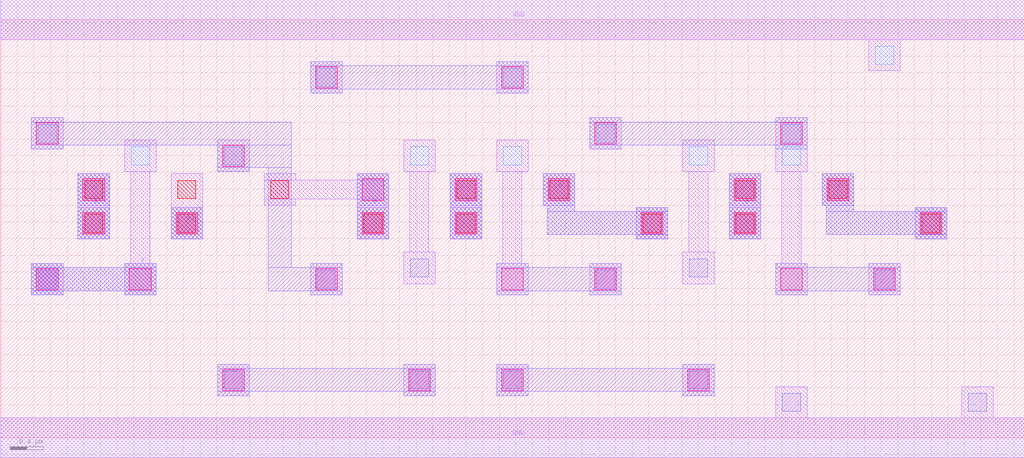
<source format=lef>
MACRO AOAOAOI211111
 CLASS CORE ;
 FOREIGN AOAOAOI211111 0 0 ;
 SIZE 12.32 BY 5.04 ;
 ORIGIN 0 0 ;
 SYMMETRY X Y R90 ;
 SITE unit ;
  PIN VDD
   DIRECTION INOUT ;
   USE POWER ;
   SHAPE ABUTMENT ;
    PORT
     CLASS CORE ;
       LAYER met1 ;
        RECT 0.00000000 4.80000000 12.32000000 5.28000000 ;
    END
  END VDD

  PIN GND
   DIRECTION INOUT ;
   USE POWER ;
   SHAPE ABUTMENT ;
    PORT
     CLASS CORE ;
       LAYER met1 ;
        RECT 0.00000000 -0.24000000 12.32000000 0.24000000 ;
    END
  END GND

  PIN Y
   DIRECTION INOUT ;
   USE SIGNAL ;
   SHAPE ABUTMENT ;
    PORT
     CLASS CORE ;
       LAYER met2 ;
        RECT 0.37000000 1.72200000 0.75000000 1.77200000 ;
        RECT 1.49000000 1.72200000 1.87000000 1.77200000 ;
        RECT 0.37000000 1.77200000 1.87000000 2.05200000 ;
        RECT 0.37000000 2.05200000 0.75000000 2.10200000 ;
        RECT 1.49000000 2.05200000 1.87000000 2.10200000 ;
    END
  END Y

  PIN B
   DIRECTION INOUT ;
   USE SIGNAL ;
   SHAPE ABUTMENT ;
    PORT
     CLASS CORE ;
       LAYER met2 ;
        RECT 4.29000000 2.39700000 4.67000000 3.18200000 ;
    END
  END B

  PIN D
   DIRECTION INOUT ;
   USE SIGNAL ;
   SHAPE ABUTMENT ;
    PORT
     CLASS CORE ;
       LAYER met2 ;
        RECT 7.65000000 2.39700000 8.03000000 2.44700000 ;
        RECT 6.58000000 2.44700000 8.03000000 2.72700000 ;
        RECT 7.65000000 2.72700000 8.03000000 2.77700000 ;
        RECT 6.58000000 2.72700000 6.91000000 2.80200000 ;
        RECT 6.53000000 2.80200000 6.91000000 3.18200000 ;
    END
  END D

  PIN A1
   DIRECTION INOUT ;
   USE SIGNAL ;
   SHAPE ABUTMENT ;
    PORT
     CLASS CORE ;
       LAYER met2 ;
        RECT 2.05000000 2.39700000 2.43000000 2.77700000 ;
    END
  END A1

  PIN F
   DIRECTION INOUT ;
   USE SIGNAL ;
   SHAPE ABUTMENT ;
    PORT
     CLASS CORE ;
       LAYER met2 ;
        RECT 11.01000000 2.39700000 11.39000000 2.44700000 ;
        RECT 9.94000000 2.44700000 11.39000000 2.72700000 ;
        RECT 11.01000000 2.72700000 11.39000000 2.77700000 ;
        RECT 9.94000000 2.72700000 10.27000000 2.80200000 ;
        RECT 9.89000000 2.80200000 10.27000000 3.18200000 ;
    END
  END F

  PIN A
   DIRECTION INOUT ;
   USE SIGNAL ;
   SHAPE ABUTMENT ;
    PORT
     CLASS CORE ;
       LAYER met2 ;
        RECT 0.93000000 2.39700000 1.31000000 3.18200000 ;
    END
  END A

  PIN E
   DIRECTION INOUT ;
   USE SIGNAL ;
   SHAPE ABUTMENT ;
    PORT
     CLASS CORE ;
       LAYER met2 ;
        RECT 8.77000000 2.39700000 9.15000000 3.18200000 ;
    END
  END E

  PIN C
   DIRECTION INOUT ;
   USE SIGNAL ;
   SHAPE ABUTMENT ;
    PORT
     CLASS CORE ;
       LAYER met2 ;
        RECT 5.41000000 2.39700000 5.79000000 3.18200000 ;
    END
  END C

 OBS
    LAYER polycont ;
     RECT 1.01000000 2.47700000 1.23000000 2.69700000 ;
     RECT 2.13000000 2.47700000 2.35000000 2.69700000 ;
     RECT 4.37000000 2.47700000 4.59000000 2.69700000 ;
     RECT 5.49000000 2.47700000 5.71000000 2.69700000 ;
     RECT 7.73000000 2.47700000 7.95000000 2.69700000 ;
     RECT 8.85000000 2.47700000 9.07000000 2.69700000 ;
     RECT 11.09000000 2.47700000 11.31000000 2.69700000 ;
     RECT 1.01000000 2.88200000 1.23000000 3.10200000 ;
     RECT 2.13000000 2.88200000 2.35000000 3.10200000 ;
     RECT 3.25000000 2.88200000 3.47000000 3.10200000 ;
     RECT 5.49000000 2.88200000 5.71000000 3.10200000 ;
     RECT 6.61000000 2.88200000 6.83000000 3.10200000 ;
     RECT 8.85000000 2.88200000 9.07000000 3.10200000 ;
     RECT 9.97000000 2.88200000 10.19000000 3.10200000 ;

    LAYER pdiffc ;
     RECT 1.57000000 3.28700000 1.79000000 3.50700000 ;
     RECT 2.69000000 3.28700000 2.91000000 3.50700000 ;
     RECT 4.93000000 3.28700000 5.15000000 3.50700000 ;
     RECT 6.05000000 3.28700000 6.27000000 3.50700000 ;
     RECT 8.29000000 3.28700000 8.51000000 3.50700000 ;
     RECT 9.41000000 3.28700000 9.63000000 3.50700000 ;
     RECT 0.45000000 3.55700000 0.67000000 3.77700000 ;
     RECT 7.17000000 3.55700000 7.39000000 3.77700000 ;
     RECT 9.41000000 3.55700000 9.63000000 3.77700000 ;
     RECT 3.81000000 4.23200000 4.03000000 4.45200000 ;
     RECT 6.05000000 4.23200000 6.27000000 4.45200000 ;
     RECT 10.53000000 4.50200000 10.75000000 4.72200000 ;

    LAYER ndiffc ;
     RECT 9.41000000 0.31700000 9.63000000 0.53700000 ;
     RECT 11.65000000 0.31700000 11.87000000 0.53700000 ;
     RECT 2.69000000 0.58700000 2.91000000 0.80700000 ;
     RECT 4.93000000 0.58700000 5.15000000 0.80700000 ;
     RECT 6.05000000 0.58700000 6.27000000 0.80700000 ;
     RECT 8.29000000 0.58700000 8.51000000 0.80700000 ;
     RECT 0.45000000 1.80200000 0.67000000 2.02200000 ;
     RECT 3.81000000 1.80200000 4.03000000 2.02200000 ;
     RECT 7.17000000 1.80200000 7.39000000 2.02200000 ;
     RECT 10.53000000 1.80200000 10.75000000 2.02200000 ;
     RECT 4.93000000 1.93700000 5.15000000 2.15700000 ;
     RECT 8.29000000 1.93700000 8.51000000 2.15700000 ;

    LAYER met1 ;
     RECT 0.00000000 -0.24000000 12.32000000 0.24000000 ;
     RECT 9.33000000 0.24000000 9.71000000 0.61700000 ;
     RECT 11.57000000 0.24000000 11.95000000 0.61700000 ;
     RECT 2.61000000 0.50700000 2.99000000 0.88700000 ;
     RECT 4.85000000 0.50700000 5.23000000 0.88700000 ;
     RECT 5.97000000 0.50700000 6.35000000 0.88700000 ;
     RECT 8.21000000 0.50700000 8.59000000 0.88700000 ;
     RECT 0.37000000 1.72200000 0.75000000 2.10200000 ;
     RECT 3.73000000 1.72200000 4.11000000 2.10200000 ;
     RECT 7.09000000 1.72200000 7.47000000 2.10200000 ;
     RECT 10.45000000 1.72200000 10.83000000 2.10200000 ;
     RECT 0.93000000 2.39700000 1.31000000 2.77700000 ;
     RECT 4.29000000 2.39700000 4.67000000 2.77700000 ;
     RECT 5.41000000 2.39700000 5.79000000 2.77700000 ;
     RECT 7.65000000 2.39700000 8.03000000 2.77700000 ;
     RECT 8.77000000 2.39700000 9.15000000 2.77700000 ;
     RECT 11.01000000 2.39700000 11.39000000 2.77700000 ;
     RECT 0.93000000 2.80200000 1.31000000 3.18200000 ;
     RECT 2.05000000 2.39700000 2.43000000 3.18200000 ;
     RECT 3.17000000 2.80200000 3.55000000 2.87700000 ;
     RECT 4.29000000 2.80200000 4.67000000 2.87700000 ;
     RECT 3.17000000 2.87700000 4.67000000 3.10700000 ;
     RECT 3.17000000 3.10700000 3.55000000 3.18200000 ;
     RECT 4.29000000 3.10700000 4.67000000 3.18200000 ;
     RECT 5.41000000 2.80200000 5.79000000 3.18200000 ;
     RECT 6.53000000 2.80200000 6.91000000 3.18200000 ;
     RECT 8.77000000 2.80200000 9.15000000 3.18200000 ;
     RECT 9.89000000 2.80200000 10.27000000 3.18200000 ;
     RECT 1.49000000 1.72200000 1.87000000 2.10200000 ;
     RECT 1.56500000 2.10200000 1.79500000 3.20700000 ;
     RECT 1.49000000 3.20700000 1.87000000 3.58700000 ;
     RECT 2.61000000 3.20700000 2.99000000 3.58700000 ;
     RECT 4.85000000 1.85700000 5.23000000 2.23700000 ;
     RECT 4.92500000 2.23700000 5.15500000 3.20700000 ;
     RECT 4.85000000 3.20700000 5.23000000 3.58700000 ;
     RECT 5.97000000 1.72200000 6.35000000 2.10200000 ;
     RECT 6.04500000 2.10200000 6.27500000 3.20700000 ;
     RECT 5.97000000 3.20700000 6.35000000 3.58700000 ;
     RECT 8.21000000 1.85700000 8.59000000 2.23700000 ;
     RECT 8.28500000 2.23700000 8.51500000 3.20700000 ;
     RECT 8.21000000 3.20700000 8.59000000 3.58700000 ;
     RECT 0.37000000 3.47700000 0.75000000 3.85700000 ;
     RECT 7.09000000 3.47700000 7.47000000 3.85700000 ;
     RECT 9.33000000 1.72200000 9.71000000 2.10200000 ;
     RECT 9.40500000 2.10200000 9.63500000 3.20700000 ;
     RECT 9.33000000 3.20700000 9.71000000 3.85700000 ;
     RECT 3.73000000 4.15200000 4.11000000 4.53200000 ;
     RECT 5.97000000 4.15200000 6.35000000 4.53200000 ;
     RECT 10.45000000 4.42200000 10.83000000 4.80000000 ;
     RECT 0.00000000 4.80000000 12.32000000 5.28000000 ;

    LAYER via1 ;
     RECT 2.67000000 0.56700000 2.93000000 0.82700000 ;
     RECT 4.91000000 0.56700000 5.17000000 0.82700000 ;
     RECT 6.03000000 0.56700000 6.29000000 0.82700000 ;
     RECT 8.27000000 0.56700000 8.53000000 0.82700000 ;
     RECT 0.43000000 1.78200000 0.69000000 2.04200000 ;
     RECT 1.55000000 1.78200000 1.81000000 2.04200000 ;
     RECT 3.79000000 1.78200000 4.05000000 2.04200000 ;
     RECT 6.03000000 1.78200000 6.29000000 2.04200000 ;
     RECT 7.15000000 1.78200000 7.41000000 2.04200000 ;
     RECT 9.39000000 1.78200000 9.65000000 2.04200000 ;
     RECT 10.51000000 1.78200000 10.77000000 2.04200000 ;
     RECT 0.99000000 2.45700000 1.25000000 2.71700000 ;
     RECT 2.11000000 2.45700000 2.37000000 2.71700000 ;
     RECT 4.35000000 2.45700000 4.61000000 2.71700000 ;
     RECT 5.47000000 2.45700000 5.73000000 2.71700000 ;
     RECT 7.71000000 2.45700000 7.97000000 2.71700000 ;
     RECT 8.83000000 2.45700000 9.09000000 2.71700000 ;
     RECT 11.07000000 2.45700000 11.33000000 2.71700000 ;
     RECT 0.99000000 2.86200000 1.25000000 3.12200000 ;
     RECT 4.35000000 2.86200000 4.61000000 3.12200000 ;
     RECT 5.47000000 2.86200000 5.73000000 3.12200000 ;
     RECT 6.59000000 2.86200000 6.85000000 3.12200000 ;
     RECT 8.83000000 2.86200000 9.09000000 3.12200000 ;
     RECT 9.95000000 2.86200000 10.21000000 3.12200000 ;
     RECT 2.67000000 3.26700000 2.93000000 3.52700000 ;
     RECT 0.43000000 3.53700000 0.69000000 3.79700000 ;
     RECT 7.15000000 3.53700000 7.41000000 3.79700000 ;
     RECT 9.39000000 3.53700000 9.65000000 3.79700000 ;
     RECT 3.79000000 4.21200000 4.05000000 4.47200000 ;
     RECT 6.03000000 4.21200000 6.29000000 4.47200000 ;

    LAYER met2 ;
     RECT 2.61000000 0.50700000 2.99000000 0.55700000 ;
     RECT 4.85000000 0.50700000 5.23000000 0.55700000 ;
     RECT 2.61000000 0.55700000 5.23000000 0.83700000 ;
     RECT 2.61000000 0.83700000 2.99000000 0.88700000 ;
     RECT 4.85000000 0.83700000 5.23000000 0.88700000 ;
     RECT 5.97000000 0.50700000 6.35000000 0.55700000 ;
     RECT 8.21000000 0.50700000 8.59000000 0.55700000 ;
     RECT 5.97000000 0.55700000 8.59000000 0.83700000 ;
     RECT 5.97000000 0.83700000 6.35000000 0.88700000 ;
     RECT 8.21000000 0.83700000 8.59000000 0.88700000 ;
     RECT 0.37000000 1.72200000 0.75000000 1.77200000 ;
     RECT 1.49000000 1.72200000 1.87000000 1.77200000 ;
     RECT 0.37000000 1.77200000 1.87000000 2.05200000 ;
     RECT 0.37000000 2.05200000 0.75000000 2.10200000 ;
     RECT 1.49000000 2.05200000 1.87000000 2.10200000 ;
     RECT 5.97000000 1.72200000 6.35000000 1.77200000 ;
     RECT 7.09000000 1.72200000 7.47000000 1.77200000 ;
     RECT 5.97000000 1.77200000 7.47000000 2.05200000 ;
     RECT 5.97000000 2.05200000 6.35000000 2.10200000 ;
     RECT 7.09000000 2.05200000 7.47000000 2.10200000 ;
     RECT 9.33000000 1.72200000 9.71000000 1.77200000 ;
     RECT 10.45000000 1.72200000 10.83000000 1.77200000 ;
     RECT 9.33000000 1.77200000 10.83000000 2.05200000 ;
     RECT 9.33000000 2.05200000 9.71000000 2.10200000 ;
     RECT 10.45000000 2.05200000 10.83000000 2.10200000 ;
     RECT 2.05000000 2.39700000 2.43000000 2.77700000 ;
     RECT 0.93000000 2.39700000 1.31000000 3.18200000 ;
     RECT 4.29000000 2.39700000 4.67000000 3.18200000 ;
     RECT 5.41000000 2.39700000 5.79000000 3.18200000 ;
     RECT 7.65000000 2.39700000 8.03000000 2.44700000 ;
     RECT 6.58000000 2.44700000 8.03000000 2.72700000 ;
     RECT 7.65000000 2.72700000 8.03000000 2.77700000 ;
     RECT 6.58000000 2.72700000 6.91000000 2.80200000 ;
     RECT 6.53000000 2.80200000 6.91000000 3.18200000 ;
     RECT 8.77000000 2.39700000 9.15000000 3.18200000 ;
     RECT 11.01000000 2.39700000 11.39000000 2.44700000 ;
     RECT 9.94000000 2.44700000 11.39000000 2.72700000 ;
     RECT 11.01000000 2.72700000 11.39000000 2.77700000 ;
     RECT 9.94000000 2.72700000 10.27000000 2.80200000 ;
     RECT 9.89000000 2.80200000 10.27000000 3.18200000 ;
     RECT 3.73000000 1.72200000 4.11000000 1.77200000 ;
     RECT 3.22000000 1.77200000 4.11000000 2.05200000 ;
     RECT 3.73000000 2.05200000 4.11000000 2.10200000 ;
     RECT 2.61000000 3.20700000 2.99000000 3.25700000 ;
     RECT 3.22000000 2.05200000 3.50000000 3.25700000 ;
     RECT 0.37000000 3.47700000 0.75000000 3.52700000 ;
     RECT 2.61000000 3.25700000 3.50000000 3.52700000 ;
     RECT 0.37000000 3.52700000 3.50000000 3.80700000 ;
     RECT 0.37000000 3.80700000 0.75000000 3.85700000 ;
     RECT 7.09000000 3.47700000 7.47000000 3.52700000 ;
     RECT 9.33000000 3.47700000 9.71000000 3.52700000 ;
     RECT 7.09000000 3.52700000 9.71000000 3.80700000 ;
     RECT 7.09000000 3.80700000 7.47000000 3.85700000 ;
     RECT 9.33000000 3.80700000 9.71000000 3.85700000 ;
     RECT 3.73000000 4.15200000 4.11000000 4.20200000 ;
     RECT 5.97000000 4.15200000 6.35000000 4.20200000 ;
     RECT 3.73000000 4.20200000 6.35000000 4.48200000 ;
     RECT 3.73000000 4.48200000 4.11000000 4.53200000 ;
     RECT 5.97000000 4.48200000 6.35000000 4.53200000 ;

 END
END AOAOAOI211111

</source>
